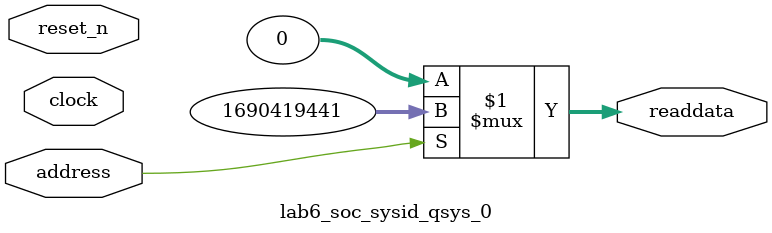
<source format=v>



// synthesis translate_off
`timescale 1ns / 1ps
// synthesis translate_on

// turn off superfluous verilog processor warnings 
// altera message_level Level1 
// altera message_off 10034 10035 10036 10037 10230 10240 10030 

module lab6_soc_sysid_qsys_0 (
               // inputs:
                address,
                clock,
                reset_n,

               // outputs:
                readdata
             )
;

  output  [ 31: 0] readdata;
  input            address;
  input            clock;
  input            reset_n;

  wire    [ 31: 0] readdata;
  //control_slave, which is an e_avalon_slave
  assign readdata = address ? 1690419441 : 0;

endmodule



</source>
